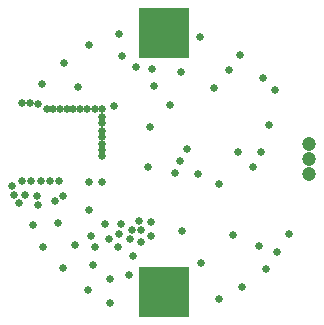
<source format=gbs>
G75*
G70*
%OFA0B0*%
%FSLAX24Y24*%
%IPPOS*%
%LPD*%
%AMOC8*
5,1,8,0,0,1.08239X$1,22.5*
%
%ADD10R,0.1655X0.1655*%
%ADD11C,0.0474*%
%ADD12C,0.0260*%
D10*
X005656Y001276D03*
X005656Y009937D03*
D11*
X010490Y006213D03*
X010490Y005713D03*
X010490Y005213D03*
D12*
X002270Y002075D03*
X001628Y002778D03*
X001292Y003522D03*
X001467Y004198D03*
X001415Y004504D03*
X001009Y004532D03*
X000828Y004249D03*
X000658Y004539D03*
X000572Y004811D03*
X000934Y004985D03*
X001229Y004985D03*
X001544Y004985D03*
X001859Y004985D03*
X002143Y004985D03*
X002286Y004504D03*
X002018Y004329D03*
X002117Y003604D03*
X002678Y002850D03*
X003226Y003157D03*
X003352Y002785D03*
X003810Y003055D03*
X004159Y003212D03*
X004205Y003552D03*
X004597Y003341D03*
X004530Y003055D03*
X004899Y002942D03*
X005204Y003153D03*
X004899Y003372D03*
X004824Y003642D03*
X005216Y003615D03*
X006264Y003313D03*
X006894Y002241D03*
X007956Y003204D03*
X008833Y002833D03*
X009413Y002617D03*
X009036Y002065D03*
X008262Y001454D03*
X007487Y001046D03*
X009808Y003219D03*
X008604Y005468D03*
X008888Y005961D03*
X008117Y005961D03*
X007473Y004885D03*
X006789Y005212D03*
X006198Y005667D03*
X006408Y006058D03*
X006003Y005266D03*
X005117Y005448D03*
X005183Y006784D03*
X005859Y007517D03*
X005327Y008147D03*
X005238Y008729D03*
X004724Y008788D03*
X004237Y009167D03*
X004145Y009900D03*
X003167Y009513D03*
X002311Y008922D03*
X002800Y008137D03*
X002846Y007374D03*
X002630Y007374D03*
X002410Y007374D03*
X002179Y007374D03*
X001966Y007374D03*
X001754Y007374D03*
X001456Y007567D03*
X001173Y007581D03*
X000905Y007603D03*
X001598Y008219D03*
X003096Y007374D03*
X003339Y007374D03*
X003570Y007374D03*
X003570Y007139D03*
X003570Y006912D03*
X003570Y006669D03*
X003570Y006449D03*
X003570Y006237D03*
X003570Y006036D03*
X003570Y005835D03*
X003593Y004950D03*
X003158Y004945D03*
X003163Y004010D03*
X003688Y003556D03*
X004124Y002789D03*
X004617Y002479D03*
X004492Y001861D03*
X003835Y001724D03*
X003269Y002177D03*
X003106Y001351D03*
X003839Y000913D03*
X009156Y006872D03*
X009353Y008030D03*
X008941Y008432D03*
X008201Y009197D03*
X007805Y008694D03*
X007333Y008091D03*
X006229Y008635D03*
X006846Y009788D03*
X003993Y007474D03*
M02*

</source>
